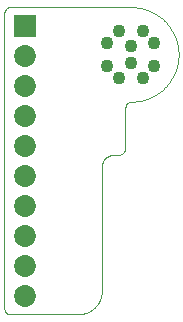
<source format=gts>
G75*
%MOIN*%
%OFA0B0*%
%FSLAX25Y25*%
%IPPOS*%
%LPD*%
%AMOC8*
5,1,8,0,0,1.08239X$1,22.5*
%
%ADD10C,0.00000*%
%ADD11C,0.04343*%
%ADD12R,0.07300X0.07300*%
%ADD13C,0.07300*%
D10*
X0043854Y0005437D02*
X0043854Y0103862D01*
X0043853Y0103862D02*
X0043855Y0103948D01*
X0043860Y0104034D01*
X0043870Y0104119D01*
X0043883Y0104204D01*
X0043900Y0104288D01*
X0043920Y0104372D01*
X0043944Y0104454D01*
X0043972Y0104535D01*
X0044003Y0104616D01*
X0044037Y0104694D01*
X0044075Y0104771D01*
X0044117Y0104847D01*
X0044161Y0104920D01*
X0044209Y0104991D01*
X0044260Y0105061D01*
X0044314Y0105128D01*
X0044370Y0105192D01*
X0044430Y0105254D01*
X0044492Y0105314D01*
X0044556Y0105370D01*
X0044623Y0105424D01*
X0044693Y0105475D01*
X0044764Y0105523D01*
X0044838Y0105567D01*
X0044913Y0105609D01*
X0044990Y0105647D01*
X0045068Y0105681D01*
X0045149Y0105712D01*
X0045230Y0105740D01*
X0045312Y0105764D01*
X0045396Y0105784D01*
X0045480Y0105801D01*
X0045565Y0105814D01*
X0045650Y0105824D01*
X0045736Y0105829D01*
X0045822Y0105831D01*
X0086176Y0105831D01*
X0101924Y0090083D02*
X0101919Y0089702D01*
X0101906Y0089322D01*
X0101883Y0088942D01*
X0101850Y0088563D01*
X0101809Y0088185D01*
X0101759Y0087808D01*
X0101699Y0087432D01*
X0101631Y0087057D01*
X0101553Y0086685D01*
X0101466Y0086314D01*
X0101371Y0085946D01*
X0101266Y0085580D01*
X0101153Y0085217D01*
X0101031Y0084856D01*
X0100901Y0084499D01*
X0100761Y0084145D01*
X0100614Y0083794D01*
X0100457Y0083447D01*
X0100293Y0083104D01*
X0100120Y0082765D01*
X0099939Y0082430D01*
X0099750Y0082099D01*
X0099553Y0081774D01*
X0099349Y0081453D01*
X0099136Y0081137D01*
X0098916Y0080827D01*
X0098689Y0080521D01*
X0098454Y0080222D01*
X0098212Y0079928D01*
X0097964Y0079640D01*
X0097708Y0079358D01*
X0097445Y0079083D01*
X0097176Y0078814D01*
X0096901Y0078551D01*
X0096619Y0078295D01*
X0096331Y0078047D01*
X0096037Y0077805D01*
X0095738Y0077570D01*
X0095432Y0077343D01*
X0095122Y0077123D01*
X0094806Y0076910D01*
X0094485Y0076706D01*
X0094160Y0076509D01*
X0093829Y0076320D01*
X0093494Y0076139D01*
X0093155Y0075966D01*
X0092812Y0075802D01*
X0092465Y0075645D01*
X0092114Y0075498D01*
X0091760Y0075358D01*
X0091403Y0075228D01*
X0091042Y0075106D01*
X0090679Y0074993D01*
X0090313Y0074888D01*
X0089945Y0074793D01*
X0089574Y0074706D01*
X0089202Y0074628D01*
X0088827Y0074560D01*
X0088451Y0074500D01*
X0088074Y0074450D01*
X0087696Y0074409D01*
X0087317Y0074376D01*
X0086937Y0074353D01*
X0086557Y0074340D01*
X0086176Y0074335D01*
X0086090Y0074333D01*
X0086004Y0074328D01*
X0085919Y0074318D01*
X0085834Y0074305D01*
X0085750Y0074288D01*
X0085666Y0074268D01*
X0085584Y0074244D01*
X0085503Y0074216D01*
X0085422Y0074185D01*
X0085344Y0074151D01*
X0085267Y0074113D01*
X0085192Y0074071D01*
X0085118Y0074027D01*
X0085047Y0073979D01*
X0084977Y0073928D01*
X0084910Y0073874D01*
X0084846Y0073818D01*
X0084784Y0073758D01*
X0084724Y0073696D01*
X0084668Y0073632D01*
X0084614Y0073565D01*
X0084563Y0073495D01*
X0084515Y0073424D01*
X0084471Y0073351D01*
X0084429Y0073275D01*
X0084391Y0073198D01*
X0084357Y0073120D01*
X0084326Y0073039D01*
X0084298Y0072958D01*
X0084274Y0072876D01*
X0084254Y0072792D01*
X0084237Y0072708D01*
X0084224Y0072623D01*
X0084214Y0072538D01*
X0084209Y0072452D01*
X0084207Y0072366D01*
X0084208Y0072366D02*
X0084208Y0058980D01*
X0084206Y0058885D01*
X0084200Y0058790D01*
X0084191Y0058695D01*
X0084177Y0058601D01*
X0084160Y0058508D01*
X0084139Y0058415D01*
X0084115Y0058323D01*
X0084086Y0058232D01*
X0084055Y0058142D01*
X0084019Y0058054D01*
X0083980Y0057967D01*
X0083937Y0057882D01*
X0083892Y0057799D01*
X0083842Y0057718D01*
X0083790Y0057638D01*
X0083734Y0057561D01*
X0083676Y0057486D01*
X0083614Y0057414D01*
X0083549Y0057344D01*
X0083482Y0057277D01*
X0083412Y0057212D01*
X0083340Y0057150D01*
X0083265Y0057092D01*
X0083188Y0057036D01*
X0083108Y0056984D01*
X0083027Y0056934D01*
X0082944Y0056889D01*
X0082859Y0056846D01*
X0082772Y0056807D01*
X0082684Y0056771D01*
X0082594Y0056740D01*
X0082503Y0056711D01*
X0082411Y0056687D01*
X0082318Y0056666D01*
X0082225Y0056649D01*
X0082131Y0056635D01*
X0082036Y0056626D01*
X0081941Y0056620D01*
X0081846Y0056618D01*
X0080271Y0056618D01*
X0080147Y0056616D01*
X0080024Y0056610D01*
X0079900Y0056601D01*
X0079778Y0056587D01*
X0079655Y0056570D01*
X0079533Y0056548D01*
X0079412Y0056523D01*
X0079292Y0056494D01*
X0079173Y0056462D01*
X0079054Y0056425D01*
X0078937Y0056385D01*
X0078822Y0056342D01*
X0078707Y0056294D01*
X0078595Y0056243D01*
X0078484Y0056189D01*
X0078374Y0056131D01*
X0078267Y0056070D01*
X0078161Y0056005D01*
X0078058Y0055937D01*
X0077957Y0055866D01*
X0077858Y0055792D01*
X0077761Y0055715D01*
X0077667Y0055634D01*
X0077576Y0055551D01*
X0077487Y0055465D01*
X0077401Y0055376D01*
X0077318Y0055285D01*
X0077237Y0055191D01*
X0077160Y0055094D01*
X0077086Y0054995D01*
X0077015Y0054894D01*
X0076947Y0054791D01*
X0076882Y0054685D01*
X0076821Y0054578D01*
X0076763Y0054468D01*
X0076709Y0054357D01*
X0076658Y0054245D01*
X0076610Y0054130D01*
X0076567Y0054015D01*
X0076527Y0053898D01*
X0076490Y0053779D01*
X0076458Y0053660D01*
X0076429Y0053540D01*
X0076404Y0053419D01*
X0076382Y0053297D01*
X0076365Y0053174D01*
X0076351Y0053052D01*
X0076342Y0052928D01*
X0076336Y0052805D01*
X0076334Y0052681D01*
X0076334Y0011343D01*
X0076332Y0011153D01*
X0076325Y0010963D01*
X0076313Y0010773D01*
X0076297Y0010583D01*
X0076277Y0010394D01*
X0076251Y0010205D01*
X0076222Y0010017D01*
X0076187Y0009830D01*
X0076148Y0009644D01*
X0076105Y0009459D01*
X0076057Y0009274D01*
X0076005Y0009091D01*
X0075949Y0008910D01*
X0075888Y0008730D01*
X0075822Y0008551D01*
X0075753Y0008374D01*
X0075679Y0008198D01*
X0075601Y0008025D01*
X0075518Y0007853D01*
X0075432Y0007684D01*
X0075342Y0007516D01*
X0075247Y0007351D01*
X0075149Y0007188D01*
X0075046Y0007028D01*
X0074940Y0006870D01*
X0074830Y0006715D01*
X0074717Y0006562D01*
X0074599Y0006412D01*
X0074478Y0006266D01*
X0074354Y0006122D01*
X0074226Y0005981D01*
X0074095Y0005843D01*
X0073960Y0005708D01*
X0073822Y0005577D01*
X0073681Y0005449D01*
X0073537Y0005325D01*
X0073391Y0005204D01*
X0073241Y0005086D01*
X0073088Y0004973D01*
X0072933Y0004863D01*
X0072775Y0004757D01*
X0072615Y0004654D01*
X0072452Y0004556D01*
X0072287Y0004461D01*
X0072119Y0004371D01*
X0071950Y0004285D01*
X0071778Y0004202D01*
X0071605Y0004124D01*
X0071429Y0004050D01*
X0071252Y0003981D01*
X0071073Y0003915D01*
X0070893Y0003854D01*
X0070712Y0003798D01*
X0070529Y0003746D01*
X0070344Y0003698D01*
X0070159Y0003655D01*
X0069973Y0003616D01*
X0069786Y0003581D01*
X0069598Y0003552D01*
X0069409Y0003526D01*
X0069220Y0003506D01*
X0069030Y0003490D01*
X0068840Y0003478D01*
X0068650Y0003471D01*
X0068460Y0003469D01*
X0045822Y0003469D01*
X0045822Y0003468D02*
X0045736Y0003470D01*
X0045650Y0003475D01*
X0045565Y0003485D01*
X0045480Y0003498D01*
X0045396Y0003515D01*
X0045312Y0003535D01*
X0045230Y0003559D01*
X0045149Y0003587D01*
X0045068Y0003618D01*
X0044990Y0003652D01*
X0044913Y0003690D01*
X0044838Y0003732D01*
X0044764Y0003776D01*
X0044693Y0003824D01*
X0044623Y0003875D01*
X0044556Y0003929D01*
X0044492Y0003985D01*
X0044430Y0004045D01*
X0044370Y0004107D01*
X0044314Y0004171D01*
X0044260Y0004238D01*
X0044209Y0004308D01*
X0044161Y0004379D01*
X0044117Y0004453D01*
X0044075Y0004528D01*
X0044037Y0004605D01*
X0044003Y0004683D01*
X0043972Y0004764D01*
X0043944Y0004845D01*
X0043920Y0004927D01*
X0043900Y0005011D01*
X0043883Y0005095D01*
X0043870Y0005180D01*
X0043860Y0005265D01*
X0043855Y0005351D01*
X0043853Y0005437D01*
X0101924Y0090083D02*
X0101919Y0090464D01*
X0101906Y0090844D01*
X0101883Y0091224D01*
X0101850Y0091603D01*
X0101809Y0091981D01*
X0101759Y0092358D01*
X0101699Y0092734D01*
X0101631Y0093109D01*
X0101553Y0093481D01*
X0101466Y0093852D01*
X0101371Y0094220D01*
X0101266Y0094586D01*
X0101153Y0094949D01*
X0101031Y0095310D01*
X0100901Y0095667D01*
X0100761Y0096021D01*
X0100614Y0096372D01*
X0100457Y0096719D01*
X0100293Y0097062D01*
X0100120Y0097401D01*
X0099939Y0097736D01*
X0099750Y0098067D01*
X0099553Y0098392D01*
X0099349Y0098713D01*
X0099136Y0099029D01*
X0098916Y0099339D01*
X0098689Y0099645D01*
X0098454Y0099944D01*
X0098212Y0100238D01*
X0097964Y0100526D01*
X0097708Y0100808D01*
X0097445Y0101083D01*
X0097176Y0101352D01*
X0096901Y0101615D01*
X0096619Y0101871D01*
X0096331Y0102119D01*
X0096037Y0102361D01*
X0095738Y0102596D01*
X0095432Y0102823D01*
X0095122Y0103043D01*
X0094806Y0103256D01*
X0094485Y0103460D01*
X0094160Y0103657D01*
X0093829Y0103846D01*
X0093494Y0104027D01*
X0093155Y0104200D01*
X0092812Y0104364D01*
X0092465Y0104521D01*
X0092114Y0104668D01*
X0091760Y0104808D01*
X0091403Y0104938D01*
X0091042Y0105060D01*
X0090679Y0105173D01*
X0090313Y0105278D01*
X0089945Y0105373D01*
X0089574Y0105460D01*
X0089202Y0105538D01*
X0088827Y0105606D01*
X0088451Y0105666D01*
X0088074Y0105716D01*
X0087696Y0105757D01*
X0087317Y0105790D01*
X0086937Y0105813D01*
X0086557Y0105826D01*
X0086176Y0105831D01*
D11*
X0089917Y0097957D03*
X0093854Y0094020D03*
X0093854Y0086146D03*
X0089917Y0082209D03*
X0085980Y0087130D03*
X0085980Y0093035D03*
X0082043Y0097957D03*
X0078106Y0094020D03*
X0078106Y0086146D03*
X0082043Y0082209D03*
D12*
X0050743Y0099650D03*
D13*
X0050743Y0089650D03*
X0050743Y0079650D03*
X0050743Y0069650D03*
X0050743Y0059650D03*
X0050743Y0049650D03*
X0050743Y0039650D03*
X0050743Y0029650D03*
X0050743Y0019650D03*
X0050743Y0009650D03*
M02*

</source>
